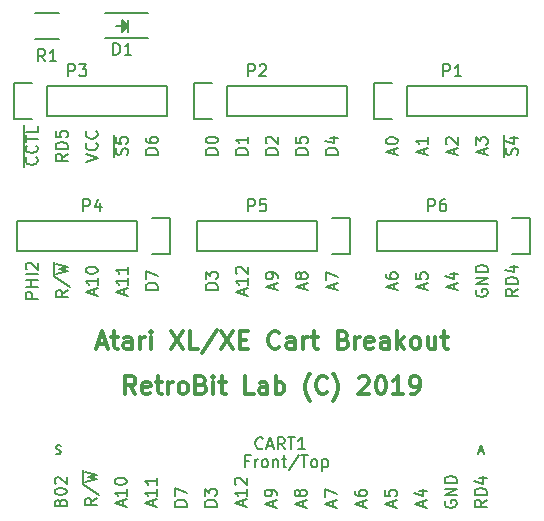
<source format=gto>
%TF.GenerationSoftware,KiCad,Pcbnew,4.0.2+dfsg1-stable*%
%TF.CreationDate,2019-04-14T23:19:02+02:00*%
%TF.ProjectId,CART-Breakout,434152542D427265616B6F75742E6B69,rev?*%
%TF.FileFunction,Legend,Top*%
%FSLAX46Y46*%
G04 Gerber Fmt 4.6, Leading zero omitted, Abs format (unit mm)*
G04 Created by KiCad (PCBNEW 4.0.2+dfsg1-stable) date Sun 14 Apr 2019 23:19:02 CEST*
%MOMM*%
G01*
G04 APERTURE LIST*
%ADD10C,0.100000*%
%ADD11C,0.300000*%
%ADD12C,0.200000*%
%ADD13C,0.150000*%
G04 APERTURE END LIST*
D10*
D11*
X139558573Y-102278571D02*
X139058573Y-101564286D01*
X138701430Y-102278571D02*
X138701430Y-100778571D01*
X139272858Y-100778571D01*
X139415716Y-100850000D01*
X139487144Y-100921429D01*
X139558573Y-101064286D01*
X139558573Y-101278571D01*
X139487144Y-101421429D01*
X139415716Y-101492857D01*
X139272858Y-101564286D01*
X138701430Y-101564286D01*
X140772858Y-102207143D02*
X140630001Y-102278571D01*
X140344287Y-102278571D01*
X140201430Y-102207143D01*
X140130001Y-102064286D01*
X140130001Y-101492857D01*
X140201430Y-101350000D01*
X140344287Y-101278571D01*
X140630001Y-101278571D01*
X140772858Y-101350000D01*
X140844287Y-101492857D01*
X140844287Y-101635714D01*
X140130001Y-101778571D01*
X141272858Y-101278571D02*
X141844287Y-101278571D01*
X141487144Y-100778571D02*
X141487144Y-102064286D01*
X141558572Y-102207143D01*
X141701430Y-102278571D01*
X141844287Y-102278571D01*
X142344287Y-102278571D02*
X142344287Y-101278571D01*
X142344287Y-101564286D02*
X142415715Y-101421429D01*
X142487144Y-101350000D01*
X142630001Y-101278571D01*
X142772858Y-101278571D01*
X143487144Y-102278571D02*
X143344286Y-102207143D01*
X143272858Y-102135714D01*
X143201429Y-101992857D01*
X143201429Y-101564286D01*
X143272858Y-101421429D01*
X143344286Y-101350000D01*
X143487144Y-101278571D01*
X143701429Y-101278571D01*
X143844286Y-101350000D01*
X143915715Y-101421429D01*
X143987144Y-101564286D01*
X143987144Y-101992857D01*
X143915715Y-102135714D01*
X143844286Y-102207143D01*
X143701429Y-102278571D01*
X143487144Y-102278571D01*
X145130001Y-101492857D02*
X145344287Y-101564286D01*
X145415715Y-101635714D01*
X145487144Y-101778571D01*
X145487144Y-101992857D01*
X145415715Y-102135714D01*
X145344287Y-102207143D01*
X145201429Y-102278571D01*
X144630001Y-102278571D01*
X144630001Y-100778571D01*
X145130001Y-100778571D01*
X145272858Y-100850000D01*
X145344287Y-100921429D01*
X145415715Y-101064286D01*
X145415715Y-101207143D01*
X145344287Y-101350000D01*
X145272858Y-101421429D01*
X145130001Y-101492857D01*
X144630001Y-101492857D01*
X146130001Y-102278571D02*
X146130001Y-101278571D01*
X146130001Y-100778571D02*
X146058572Y-100850000D01*
X146130001Y-100921429D01*
X146201429Y-100850000D01*
X146130001Y-100778571D01*
X146130001Y-100921429D01*
X146630001Y-101278571D02*
X147201430Y-101278571D01*
X146844287Y-100778571D02*
X146844287Y-102064286D01*
X146915715Y-102207143D01*
X147058573Y-102278571D01*
X147201430Y-102278571D01*
X149558573Y-102278571D02*
X148844287Y-102278571D01*
X148844287Y-100778571D01*
X150701430Y-102278571D02*
X150701430Y-101492857D01*
X150630001Y-101350000D01*
X150487144Y-101278571D01*
X150201430Y-101278571D01*
X150058573Y-101350000D01*
X150701430Y-102207143D02*
X150558573Y-102278571D01*
X150201430Y-102278571D01*
X150058573Y-102207143D01*
X149987144Y-102064286D01*
X149987144Y-101921429D01*
X150058573Y-101778571D01*
X150201430Y-101707143D01*
X150558573Y-101707143D01*
X150701430Y-101635714D01*
X151415716Y-102278571D02*
X151415716Y-100778571D01*
X151415716Y-101350000D02*
X151558573Y-101278571D01*
X151844287Y-101278571D01*
X151987144Y-101350000D01*
X152058573Y-101421429D01*
X152130002Y-101564286D01*
X152130002Y-101992857D01*
X152058573Y-102135714D01*
X151987144Y-102207143D01*
X151844287Y-102278571D01*
X151558573Y-102278571D01*
X151415716Y-102207143D01*
X154344287Y-102850000D02*
X154272859Y-102778571D01*
X154130002Y-102564286D01*
X154058573Y-102421429D01*
X153987144Y-102207143D01*
X153915716Y-101850000D01*
X153915716Y-101564286D01*
X153987144Y-101207143D01*
X154058573Y-100992857D01*
X154130002Y-100850000D01*
X154272859Y-100635714D01*
X154344287Y-100564286D01*
X155772859Y-102135714D02*
X155701430Y-102207143D01*
X155487144Y-102278571D01*
X155344287Y-102278571D01*
X155130002Y-102207143D01*
X154987144Y-102064286D01*
X154915716Y-101921429D01*
X154844287Y-101635714D01*
X154844287Y-101421429D01*
X154915716Y-101135714D01*
X154987144Y-100992857D01*
X155130002Y-100850000D01*
X155344287Y-100778571D01*
X155487144Y-100778571D01*
X155701430Y-100850000D01*
X155772859Y-100921429D01*
X156272859Y-102850000D02*
X156344287Y-102778571D01*
X156487144Y-102564286D01*
X156558573Y-102421429D01*
X156630002Y-102207143D01*
X156701430Y-101850000D01*
X156701430Y-101564286D01*
X156630002Y-101207143D01*
X156558573Y-100992857D01*
X156487144Y-100850000D01*
X156344287Y-100635714D01*
X156272859Y-100564286D01*
X158487144Y-100921429D02*
X158558573Y-100850000D01*
X158701430Y-100778571D01*
X159058573Y-100778571D01*
X159201430Y-100850000D01*
X159272859Y-100921429D01*
X159344287Y-101064286D01*
X159344287Y-101207143D01*
X159272859Y-101421429D01*
X158415716Y-102278571D01*
X159344287Y-102278571D01*
X160272858Y-100778571D02*
X160415715Y-100778571D01*
X160558572Y-100850000D01*
X160630001Y-100921429D01*
X160701430Y-101064286D01*
X160772858Y-101350000D01*
X160772858Y-101707143D01*
X160701430Y-101992857D01*
X160630001Y-102135714D01*
X160558572Y-102207143D01*
X160415715Y-102278571D01*
X160272858Y-102278571D01*
X160130001Y-102207143D01*
X160058572Y-102135714D01*
X159987144Y-101992857D01*
X159915715Y-101707143D01*
X159915715Y-101350000D01*
X159987144Y-101064286D01*
X160058572Y-100921429D01*
X160130001Y-100850000D01*
X160272858Y-100778571D01*
X162201429Y-102278571D02*
X161344286Y-102278571D01*
X161772858Y-102278571D02*
X161772858Y-100778571D01*
X161630001Y-100992857D01*
X161487143Y-101135714D01*
X161344286Y-101207143D01*
X162915714Y-102278571D02*
X163201429Y-102278571D01*
X163344286Y-102207143D01*
X163415714Y-102135714D01*
X163558572Y-101921429D01*
X163630000Y-101635714D01*
X163630000Y-101064286D01*
X163558572Y-100921429D01*
X163487143Y-100850000D01*
X163344286Y-100778571D01*
X163058572Y-100778571D01*
X162915714Y-100850000D01*
X162844286Y-100921429D01*
X162772857Y-101064286D01*
X162772857Y-101421429D01*
X162844286Y-101564286D01*
X162915714Y-101635714D01*
X163058572Y-101707143D01*
X163344286Y-101707143D01*
X163487143Y-101635714D01*
X163558572Y-101564286D01*
X163630000Y-101421429D01*
X136380000Y-98040000D02*
X137094286Y-98040000D01*
X136237143Y-98468571D02*
X136737143Y-96968571D01*
X137237143Y-98468571D01*
X137522857Y-97468571D02*
X138094286Y-97468571D01*
X137737143Y-96968571D02*
X137737143Y-98254286D01*
X137808571Y-98397143D01*
X137951429Y-98468571D01*
X138094286Y-98468571D01*
X139237143Y-98468571D02*
X139237143Y-97682857D01*
X139165714Y-97540000D01*
X139022857Y-97468571D01*
X138737143Y-97468571D01*
X138594286Y-97540000D01*
X139237143Y-98397143D02*
X139094286Y-98468571D01*
X138737143Y-98468571D01*
X138594286Y-98397143D01*
X138522857Y-98254286D01*
X138522857Y-98111429D01*
X138594286Y-97968571D01*
X138737143Y-97897143D01*
X139094286Y-97897143D01*
X139237143Y-97825714D01*
X139951429Y-98468571D02*
X139951429Y-97468571D01*
X139951429Y-97754286D02*
X140022857Y-97611429D01*
X140094286Y-97540000D01*
X140237143Y-97468571D01*
X140380000Y-97468571D01*
X140880000Y-98468571D02*
X140880000Y-97468571D01*
X140880000Y-96968571D02*
X140808571Y-97040000D01*
X140880000Y-97111429D01*
X140951428Y-97040000D01*
X140880000Y-96968571D01*
X140880000Y-97111429D01*
X142594286Y-96968571D02*
X143594286Y-98468571D01*
X143594286Y-96968571D02*
X142594286Y-98468571D01*
X144880000Y-98468571D02*
X144165714Y-98468571D01*
X144165714Y-96968571D01*
X146451428Y-96897143D02*
X145165714Y-98825714D01*
X146808572Y-96968571D02*
X147808572Y-98468571D01*
X147808572Y-96968571D02*
X146808572Y-98468571D01*
X148380000Y-97682857D02*
X148880000Y-97682857D01*
X149094286Y-98468571D02*
X148380000Y-98468571D01*
X148380000Y-96968571D01*
X149094286Y-96968571D01*
X151737143Y-98325714D02*
X151665714Y-98397143D01*
X151451428Y-98468571D01*
X151308571Y-98468571D01*
X151094286Y-98397143D01*
X150951428Y-98254286D01*
X150880000Y-98111429D01*
X150808571Y-97825714D01*
X150808571Y-97611429D01*
X150880000Y-97325714D01*
X150951428Y-97182857D01*
X151094286Y-97040000D01*
X151308571Y-96968571D01*
X151451428Y-96968571D01*
X151665714Y-97040000D01*
X151737143Y-97111429D01*
X153022857Y-98468571D02*
X153022857Y-97682857D01*
X152951428Y-97540000D01*
X152808571Y-97468571D01*
X152522857Y-97468571D01*
X152380000Y-97540000D01*
X153022857Y-98397143D02*
X152880000Y-98468571D01*
X152522857Y-98468571D01*
X152380000Y-98397143D01*
X152308571Y-98254286D01*
X152308571Y-98111429D01*
X152380000Y-97968571D01*
X152522857Y-97897143D01*
X152880000Y-97897143D01*
X153022857Y-97825714D01*
X153737143Y-98468571D02*
X153737143Y-97468571D01*
X153737143Y-97754286D02*
X153808571Y-97611429D01*
X153880000Y-97540000D01*
X154022857Y-97468571D01*
X154165714Y-97468571D01*
X154451428Y-97468571D02*
X155022857Y-97468571D01*
X154665714Y-96968571D02*
X154665714Y-98254286D01*
X154737142Y-98397143D01*
X154880000Y-98468571D01*
X155022857Y-98468571D01*
X157165714Y-97682857D02*
X157380000Y-97754286D01*
X157451428Y-97825714D01*
X157522857Y-97968571D01*
X157522857Y-98182857D01*
X157451428Y-98325714D01*
X157380000Y-98397143D01*
X157237142Y-98468571D01*
X156665714Y-98468571D01*
X156665714Y-96968571D01*
X157165714Y-96968571D01*
X157308571Y-97040000D01*
X157380000Y-97111429D01*
X157451428Y-97254286D01*
X157451428Y-97397143D01*
X157380000Y-97540000D01*
X157308571Y-97611429D01*
X157165714Y-97682857D01*
X156665714Y-97682857D01*
X158165714Y-98468571D02*
X158165714Y-97468571D01*
X158165714Y-97754286D02*
X158237142Y-97611429D01*
X158308571Y-97540000D01*
X158451428Y-97468571D01*
X158594285Y-97468571D01*
X159665713Y-98397143D02*
X159522856Y-98468571D01*
X159237142Y-98468571D01*
X159094285Y-98397143D01*
X159022856Y-98254286D01*
X159022856Y-97682857D01*
X159094285Y-97540000D01*
X159237142Y-97468571D01*
X159522856Y-97468571D01*
X159665713Y-97540000D01*
X159737142Y-97682857D01*
X159737142Y-97825714D01*
X159022856Y-97968571D01*
X161022856Y-98468571D02*
X161022856Y-97682857D01*
X160951427Y-97540000D01*
X160808570Y-97468571D01*
X160522856Y-97468571D01*
X160379999Y-97540000D01*
X161022856Y-98397143D02*
X160879999Y-98468571D01*
X160522856Y-98468571D01*
X160379999Y-98397143D01*
X160308570Y-98254286D01*
X160308570Y-98111429D01*
X160379999Y-97968571D01*
X160522856Y-97897143D01*
X160879999Y-97897143D01*
X161022856Y-97825714D01*
X161737142Y-98468571D02*
X161737142Y-96968571D01*
X161879999Y-97897143D02*
X162308570Y-98468571D01*
X162308570Y-97468571D02*
X161737142Y-98040000D01*
X163165714Y-98468571D02*
X163022856Y-98397143D01*
X162951428Y-98325714D01*
X162879999Y-98182857D01*
X162879999Y-97754286D01*
X162951428Y-97611429D01*
X163022856Y-97540000D01*
X163165714Y-97468571D01*
X163379999Y-97468571D01*
X163522856Y-97540000D01*
X163594285Y-97611429D01*
X163665714Y-97754286D01*
X163665714Y-98182857D01*
X163594285Y-98325714D01*
X163522856Y-98397143D01*
X163379999Y-98468571D01*
X163165714Y-98468571D01*
X164951428Y-97468571D02*
X164951428Y-98468571D01*
X164308571Y-97468571D02*
X164308571Y-98254286D01*
X164379999Y-98397143D01*
X164522857Y-98468571D01*
X164737142Y-98468571D01*
X164879999Y-98397143D01*
X164951428Y-98325714D01*
X165451428Y-97468571D02*
X166022857Y-97468571D01*
X165665714Y-96968571D02*
X165665714Y-98254286D01*
X165737142Y-98397143D01*
X165880000Y-98468571D01*
X166022857Y-98468571D01*
D12*
X131262381Y-94210000D02*
X130262381Y-94210000D01*
X130262381Y-93829047D01*
X130310000Y-93733809D01*
X130357619Y-93686190D01*
X130452857Y-93638571D01*
X130595714Y-93638571D01*
X130690952Y-93686190D01*
X130738571Y-93733809D01*
X130786190Y-93829047D01*
X130786190Y-94210000D01*
X131262381Y-93210000D02*
X130262381Y-93210000D01*
X130738571Y-93210000D02*
X130738571Y-92638571D01*
X131262381Y-92638571D02*
X130262381Y-92638571D01*
X131262381Y-92162381D02*
X130262381Y-92162381D01*
X130357619Y-91733810D02*
X130310000Y-91686191D01*
X130262381Y-91590953D01*
X130262381Y-91352857D01*
X130310000Y-91257619D01*
X130357619Y-91210000D01*
X130452857Y-91162381D01*
X130548095Y-91162381D01*
X130690952Y-91210000D01*
X131262381Y-91781429D01*
X131262381Y-91162381D01*
X133802381Y-93495714D02*
X133326190Y-93829048D01*
X133802381Y-94067143D02*
X132802381Y-94067143D01*
X132802381Y-93686190D01*
X132850000Y-93590952D01*
X132897619Y-93543333D01*
X132992857Y-93495714D01*
X133135714Y-93495714D01*
X133230952Y-93543333D01*
X133278571Y-93590952D01*
X133326190Y-93686190D01*
X133326190Y-94067143D01*
X132754762Y-92352857D02*
X134040476Y-93210000D01*
X132802381Y-92114762D02*
X133802381Y-91876667D01*
X133088095Y-91686190D01*
X133802381Y-91495714D01*
X132802381Y-91257619D01*
X132630000Y-92257619D02*
X132630000Y-91114762D01*
X136056667Y-93900476D02*
X136056667Y-93424285D01*
X136342381Y-93995714D02*
X135342381Y-93662381D01*
X136342381Y-93329047D01*
X136342381Y-92471904D02*
X136342381Y-93043333D01*
X136342381Y-92757619D02*
X135342381Y-92757619D01*
X135485238Y-92852857D01*
X135580476Y-92948095D01*
X135628095Y-93043333D01*
X135342381Y-91852857D02*
X135342381Y-91757618D01*
X135390000Y-91662380D01*
X135437619Y-91614761D01*
X135532857Y-91567142D01*
X135723333Y-91519523D01*
X135961429Y-91519523D01*
X136151905Y-91567142D01*
X136247143Y-91614761D01*
X136294762Y-91662380D01*
X136342381Y-91757618D01*
X136342381Y-91852857D01*
X136294762Y-91948095D01*
X136247143Y-91995714D01*
X136151905Y-92043333D01*
X135961429Y-92090952D01*
X135723333Y-92090952D01*
X135532857Y-92043333D01*
X135437619Y-91995714D01*
X135390000Y-91948095D01*
X135342381Y-91852857D01*
X138596667Y-93900476D02*
X138596667Y-93424285D01*
X138882381Y-93995714D02*
X137882381Y-93662381D01*
X138882381Y-93329047D01*
X138882381Y-92471904D02*
X138882381Y-93043333D01*
X138882381Y-92757619D02*
X137882381Y-92757619D01*
X138025238Y-92852857D01*
X138120476Y-92948095D01*
X138168095Y-93043333D01*
X138882381Y-91519523D02*
X138882381Y-92090952D01*
X138882381Y-91805238D02*
X137882381Y-91805238D01*
X138025238Y-91900476D01*
X138120476Y-91995714D01*
X138168095Y-92090952D01*
X141422381Y-93448095D02*
X140422381Y-93448095D01*
X140422381Y-93210000D01*
X140470000Y-93067142D01*
X140565238Y-92971904D01*
X140660476Y-92924285D01*
X140850952Y-92876666D01*
X140993810Y-92876666D01*
X141184286Y-92924285D01*
X141279524Y-92971904D01*
X141374762Y-93067142D01*
X141422381Y-93210000D01*
X141422381Y-93448095D01*
X140422381Y-92543333D02*
X140422381Y-91876666D01*
X141422381Y-92305238D01*
X146502381Y-93448095D02*
X145502381Y-93448095D01*
X145502381Y-93210000D01*
X145550000Y-93067142D01*
X145645238Y-92971904D01*
X145740476Y-92924285D01*
X145930952Y-92876666D01*
X146073810Y-92876666D01*
X146264286Y-92924285D01*
X146359524Y-92971904D01*
X146454762Y-93067142D01*
X146502381Y-93210000D01*
X146502381Y-93448095D01*
X145502381Y-92543333D02*
X145502381Y-91924285D01*
X145883333Y-92257619D01*
X145883333Y-92114761D01*
X145930952Y-92019523D01*
X145978571Y-91971904D01*
X146073810Y-91924285D01*
X146311905Y-91924285D01*
X146407143Y-91971904D01*
X146454762Y-92019523D01*
X146502381Y-92114761D01*
X146502381Y-92400476D01*
X146454762Y-92495714D01*
X146407143Y-92543333D01*
X148756667Y-93900476D02*
X148756667Y-93424285D01*
X149042381Y-93995714D02*
X148042381Y-93662381D01*
X149042381Y-93329047D01*
X149042381Y-92471904D02*
X149042381Y-93043333D01*
X149042381Y-92757619D02*
X148042381Y-92757619D01*
X148185238Y-92852857D01*
X148280476Y-92948095D01*
X148328095Y-93043333D01*
X148137619Y-92090952D02*
X148090000Y-92043333D01*
X148042381Y-91948095D01*
X148042381Y-91709999D01*
X148090000Y-91614761D01*
X148137619Y-91567142D01*
X148232857Y-91519523D01*
X148328095Y-91519523D01*
X148470952Y-91567142D01*
X149042381Y-92138571D01*
X149042381Y-91519523D01*
X151296667Y-93424286D02*
X151296667Y-92948095D01*
X151582381Y-93519524D02*
X150582381Y-93186191D01*
X151582381Y-92852857D01*
X151582381Y-92471905D02*
X151582381Y-92281429D01*
X151534762Y-92186190D01*
X151487143Y-92138571D01*
X151344286Y-92043333D01*
X151153810Y-91995714D01*
X150772857Y-91995714D01*
X150677619Y-92043333D01*
X150630000Y-92090952D01*
X150582381Y-92186190D01*
X150582381Y-92376667D01*
X150630000Y-92471905D01*
X150677619Y-92519524D01*
X150772857Y-92567143D01*
X151010952Y-92567143D01*
X151106190Y-92519524D01*
X151153810Y-92471905D01*
X151201429Y-92376667D01*
X151201429Y-92186190D01*
X151153810Y-92090952D01*
X151106190Y-92043333D01*
X151010952Y-91995714D01*
X153836667Y-93424286D02*
X153836667Y-92948095D01*
X154122381Y-93519524D02*
X153122381Y-93186191D01*
X154122381Y-92852857D01*
X153550952Y-92376667D02*
X153503333Y-92471905D01*
X153455714Y-92519524D01*
X153360476Y-92567143D01*
X153312857Y-92567143D01*
X153217619Y-92519524D01*
X153170000Y-92471905D01*
X153122381Y-92376667D01*
X153122381Y-92186190D01*
X153170000Y-92090952D01*
X153217619Y-92043333D01*
X153312857Y-91995714D01*
X153360476Y-91995714D01*
X153455714Y-92043333D01*
X153503333Y-92090952D01*
X153550952Y-92186190D01*
X153550952Y-92376667D01*
X153598571Y-92471905D01*
X153646190Y-92519524D01*
X153741429Y-92567143D01*
X153931905Y-92567143D01*
X154027143Y-92519524D01*
X154074762Y-92471905D01*
X154122381Y-92376667D01*
X154122381Y-92186190D01*
X154074762Y-92090952D01*
X154027143Y-92043333D01*
X153931905Y-91995714D01*
X153741429Y-91995714D01*
X153646190Y-92043333D01*
X153598571Y-92090952D01*
X153550952Y-92186190D01*
X156376667Y-93424286D02*
X156376667Y-92948095D01*
X156662381Y-93519524D02*
X155662381Y-93186191D01*
X156662381Y-92852857D01*
X155662381Y-92614762D02*
X155662381Y-91948095D01*
X156662381Y-92376667D01*
X161456667Y-93424286D02*
X161456667Y-92948095D01*
X161742381Y-93519524D02*
X160742381Y-93186191D01*
X161742381Y-92852857D01*
X160742381Y-92090952D02*
X160742381Y-92281429D01*
X160790000Y-92376667D01*
X160837619Y-92424286D01*
X160980476Y-92519524D01*
X161170952Y-92567143D01*
X161551905Y-92567143D01*
X161647143Y-92519524D01*
X161694762Y-92471905D01*
X161742381Y-92376667D01*
X161742381Y-92186190D01*
X161694762Y-92090952D01*
X161647143Y-92043333D01*
X161551905Y-91995714D01*
X161313810Y-91995714D01*
X161218571Y-92043333D01*
X161170952Y-92090952D01*
X161123333Y-92186190D01*
X161123333Y-92376667D01*
X161170952Y-92471905D01*
X161218571Y-92519524D01*
X161313810Y-92567143D01*
X163996667Y-93424286D02*
X163996667Y-92948095D01*
X164282381Y-93519524D02*
X163282381Y-93186191D01*
X164282381Y-92852857D01*
X163282381Y-92043333D02*
X163282381Y-92519524D01*
X163758571Y-92567143D01*
X163710952Y-92519524D01*
X163663333Y-92424286D01*
X163663333Y-92186190D01*
X163710952Y-92090952D01*
X163758571Y-92043333D01*
X163853810Y-91995714D01*
X164091905Y-91995714D01*
X164187143Y-92043333D01*
X164234762Y-92090952D01*
X164282381Y-92186190D01*
X164282381Y-92424286D01*
X164234762Y-92519524D01*
X164187143Y-92567143D01*
X166536667Y-93424286D02*
X166536667Y-92948095D01*
X166822381Y-93519524D02*
X165822381Y-93186191D01*
X166822381Y-92852857D01*
X166155714Y-92090952D02*
X166822381Y-92090952D01*
X165774762Y-92329048D02*
X166489048Y-92567143D01*
X166489048Y-91948095D01*
X168410000Y-93471904D02*
X168362381Y-93567142D01*
X168362381Y-93709999D01*
X168410000Y-93852857D01*
X168505238Y-93948095D01*
X168600476Y-93995714D01*
X168790952Y-94043333D01*
X168933810Y-94043333D01*
X169124286Y-93995714D01*
X169219524Y-93948095D01*
X169314762Y-93852857D01*
X169362381Y-93709999D01*
X169362381Y-93614761D01*
X169314762Y-93471904D01*
X169267143Y-93424285D01*
X168933810Y-93424285D01*
X168933810Y-93614761D01*
X169362381Y-92995714D02*
X168362381Y-92995714D01*
X169362381Y-92424285D01*
X168362381Y-92424285D01*
X169362381Y-91948095D02*
X168362381Y-91948095D01*
X168362381Y-91710000D01*
X168410000Y-91567142D01*
X168505238Y-91471904D01*
X168600476Y-91424285D01*
X168790952Y-91376666D01*
X168933810Y-91376666D01*
X169124286Y-91424285D01*
X169219524Y-91471904D01*
X169314762Y-91567142D01*
X169362381Y-91710000D01*
X169362381Y-91948095D01*
X171902381Y-93376666D02*
X171426190Y-93710000D01*
X171902381Y-93948095D02*
X170902381Y-93948095D01*
X170902381Y-93567142D01*
X170950000Y-93471904D01*
X170997619Y-93424285D01*
X171092857Y-93376666D01*
X171235714Y-93376666D01*
X171330952Y-93424285D01*
X171378571Y-93471904D01*
X171426190Y-93567142D01*
X171426190Y-93948095D01*
X171902381Y-92948095D02*
X170902381Y-92948095D01*
X170902381Y-92710000D01*
X170950000Y-92567142D01*
X171045238Y-92471904D01*
X171140476Y-92424285D01*
X171330952Y-92376666D01*
X171473810Y-92376666D01*
X171664286Y-92424285D01*
X171759524Y-92471904D01*
X171854762Y-92567142D01*
X171902381Y-92710000D01*
X171902381Y-92948095D01*
X171235714Y-91519523D02*
X171902381Y-91519523D01*
X170854762Y-91757619D02*
X171569048Y-91995714D01*
X171569048Y-91376666D01*
X171854762Y-82041905D02*
X171902381Y-81899048D01*
X171902381Y-81660952D01*
X171854762Y-81565714D01*
X171807143Y-81518095D01*
X171711905Y-81470476D01*
X171616667Y-81470476D01*
X171521429Y-81518095D01*
X171473810Y-81565714D01*
X171426190Y-81660952D01*
X171378571Y-81851429D01*
X171330952Y-81946667D01*
X171283333Y-81994286D01*
X171188095Y-82041905D01*
X171092857Y-82041905D01*
X170997619Y-81994286D01*
X170950000Y-81946667D01*
X170902381Y-81851429D01*
X170902381Y-81613333D01*
X170950000Y-81470476D01*
X171235714Y-80613333D02*
X171902381Y-80613333D01*
X170854762Y-80851429D02*
X171569048Y-81089524D01*
X171569048Y-80470476D01*
X170730000Y-82232381D02*
X170730000Y-80327619D01*
X169076667Y-81994286D02*
X169076667Y-81518095D01*
X169362381Y-82089524D02*
X168362381Y-81756191D01*
X169362381Y-81422857D01*
X168362381Y-81184762D02*
X168362381Y-80565714D01*
X168743333Y-80899048D01*
X168743333Y-80756190D01*
X168790952Y-80660952D01*
X168838571Y-80613333D01*
X168933810Y-80565714D01*
X169171905Y-80565714D01*
X169267143Y-80613333D01*
X169314762Y-80660952D01*
X169362381Y-80756190D01*
X169362381Y-81041905D01*
X169314762Y-81137143D01*
X169267143Y-81184762D01*
X166536667Y-81994286D02*
X166536667Y-81518095D01*
X166822381Y-82089524D02*
X165822381Y-81756191D01*
X166822381Y-81422857D01*
X165917619Y-81137143D02*
X165870000Y-81089524D01*
X165822381Y-80994286D01*
X165822381Y-80756190D01*
X165870000Y-80660952D01*
X165917619Y-80613333D01*
X166012857Y-80565714D01*
X166108095Y-80565714D01*
X166250952Y-80613333D01*
X166822381Y-81184762D01*
X166822381Y-80565714D01*
X163996667Y-81994286D02*
X163996667Y-81518095D01*
X164282381Y-82089524D02*
X163282381Y-81756191D01*
X164282381Y-81422857D01*
X164282381Y-80565714D02*
X164282381Y-81137143D01*
X164282381Y-80851429D02*
X163282381Y-80851429D01*
X163425238Y-80946667D01*
X163520476Y-81041905D01*
X163568095Y-81137143D01*
X161456667Y-81994286D02*
X161456667Y-81518095D01*
X161742381Y-82089524D02*
X160742381Y-81756191D01*
X161742381Y-81422857D01*
X160742381Y-80899048D02*
X160742381Y-80803809D01*
X160790000Y-80708571D01*
X160837619Y-80660952D01*
X160932857Y-80613333D01*
X161123333Y-80565714D01*
X161361429Y-80565714D01*
X161551905Y-80613333D01*
X161647143Y-80660952D01*
X161694762Y-80708571D01*
X161742381Y-80803809D01*
X161742381Y-80899048D01*
X161694762Y-80994286D01*
X161647143Y-81041905D01*
X161551905Y-81089524D01*
X161361429Y-81137143D01*
X161123333Y-81137143D01*
X160932857Y-81089524D01*
X160837619Y-81041905D01*
X160790000Y-80994286D01*
X160742381Y-80899048D01*
X156662381Y-82018095D02*
X155662381Y-82018095D01*
X155662381Y-81780000D01*
X155710000Y-81637142D01*
X155805238Y-81541904D01*
X155900476Y-81494285D01*
X156090952Y-81446666D01*
X156233810Y-81446666D01*
X156424286Y-81494285D01*
X156519524Y-81541904D01*
X156614762Y-81637142D01*
X156662381Y-81780000D01*
X156662381Y-82018095D01*
X155995714Y-80589523D02*
X156662381Y-80589523D01*
X155614762Y-80827619D02*
X156329048Y-81065714D01*
X156329048Y-80446666D01*
X154122381Y-82018095D02*
X153122381Y-82018095D01*
X153122381Y-81780000D01*
X153170000Y-81637142D01*
X153265238Y-81541904D01*
X153360476Y-81494285D01*
X153550952Y-81446666D01*
X153693810Y-81446666D01*
X153884286Y-81494285D01*
X153979524Y-81541904D01*
X154074762Y-81637142D01*
X154122381Y-81780000D01*
X154122381Y-82018095D01*
X153122381Y-80541904D02*
X153122381Y-81018095D01*
X153598571Y-81065714D01*
X153550952Y-81018095D01*
X153503333Y-80922857D01*
X153503333Y-80684761D01*
X153550952Y-80589523D01*
X153598571Y-80541904D01*
X153693810Y-80494285D01*
X153931905Y-80494285D01*
X154027143Y-80541904D01*
X154074762Y-80589523D01*
X154122381Y-80684761D01*
X154122381Y-80922857D01*
X154074762Y-81018095D01*
X154027143Y-81065714D01*
X151582381Y-82018095D02*
X150582381Y-82018095D01*
X150582381Y-81780000D01*
X150630000Y-81637142D01*
X150725238Y-81541904D01*
X150820476Y-81494285D01*
X151010952Y-81446666D01*
X151153810Y-81446666D01*
X151344286Y-81494285D01*
X151439524Y-81541904D01*
X151534762Y-81637142D01*
X151582381Y-81780000D01*
X151582381Y-82018095D01*
X150677619Y-81065714D02*
X150630000Y-81018095D01*
X150582381Y-80922857D01*
X150582381Y-80684761D01*
X150630000Y-80589523D01*
X150677619Y-80541904D01*
X150772857Y-80494285D01*
X150868095Y-80494285D01*
X151010952Y-80541904D01*
X151582381Y-81113333D01*
X151582381Y-80494285D01*
X149042381Y-82018095D02*
X148042381Y-82018095D01*
X148042381Y-81780000D01*
X148090000Y-81637142D01*
X148185238Y-81541904D01*
X148280476Y-81494285D01*
X148470952Y-81446666D01*
X148613810Y-81446666D01*
X148804286Y-81494285D01*
X148899524Y-81541904D01*
X148994762Y-81637142D01*
X149042381Y-81780000D01*
X149042381Y-82018095D01*
X149042381Y-80494285D02*
X149042381Y-81065714D01*
X149042381Y-80780000D02*
X148042381Y-80780000D01*
X148185238Y-80875238D01*
X148280476Y-80970476D01*
X148328095Y-81065714D01*
X146502381Y-82018095D02*
X145502381Y-82018095D01*
X145502381Y-81780000D01*
X145550000Y-81637142D01*
X145645238Y-81541904D01*
X145740476Y-81494285D01*
X145930952Y-81446666D01*
X146073810Y-81446666D01*
X146264286Y-81494285D01*
X146359524Y-81541904D01*
X146454762Y-81637142D01*
X146502381Y-81780000D01*
X146502381Y-82018095D01*
X145502381Y-80827619D02*
X145502381Y-80732380D01*
X145550000Y-80637142D01*
X145597619Y-80589523D01*
X145692857Y-80541904D01*
X145883333Y-80494285D01*
X146121429Y-80494285D01*
X146311905Y-80541904D01*
X146407143Y-80589523D01*
X146454762Y-80637142D01*
X146502381Y-80732380D01*
X146502381Y-80827619D01*
X146454762Y-80922857D01*
X146407143Y-80970476D01*
X146311905Y-81018095D01*
X146121429Y-81065714D01*
X145883333Y-81065714D01*
X145692857Y-81018095D01*
X145597619Y-80970476D01*
X145550000Y-80922857D01*
X145502381Y-80827619D01*
X141422381Y-82018095D02*
X140422381Y-82018095D01*
X140422381Y-81780000D01*
X140470000Y-81637142D01*
X140565238Y-81541904D01*
X140660476Y-81494285D01*
X140850952Y-81446666D01*
X140993810Y-81446666D01*
X141184286Y-81494285D01*
X141279524Y-81541904D01*
X141374762Y-81637142D01*
X141422381Y-81780000D01*
X141422381Y-82018095D01*
X140422381Y-80589523D02*
X140422381Y-80780000D01*
X140470000Y-80875238D01*
X140517619Y-80922857D01*
X140660476Y-81018095D01*
X140850952Y-81065714D01*
X141231905Y-81065714D01*
X141327143Y-81018095D01*
X141374762Y-80970476D01*
X141422381Y-80875238D01*
X141422381Y-80684761D01*
X141374762Y-80589523D01*
X141327143Y-80541904D01*
X141231905Y-80494285D01*
X140993810Y-80494285D01*
X140898571Y-80541904D01*
X140850952Y-80589523D01*
X140803333Y-80684761D01*
X140803333Y-80875238D01*
X140850952Y-80970476D01*
X140898571Y-81018095D01*
X140993810Y-81065714D01*
X138834762Y-82041905D02*
X138882381Y-81899048D01*
X138882381Y-81660952D01*
X138834762Y-81565714D01*
X138787143Y-81518095D01*
X138691905Y-81470476D01*
X138596667Y-81470476D01*
X138501429Y-81518095D01*
X138453810Y-81565714D01*
X138406190Y-81660952D01*
X138358571Y-81851429D01*
X138310952Y-81946667D01*
X138263333Y-81994286D01*
X138168095Y-82041905D01*
X138072857Y-82041905D01*
X137977619Y-81994286D01*
X137930000Y-81946667D01*
X137882381Y-81851429D01*
X137882381Y-81613333D01*
X137930000Y-81470476D01*
X137882381Y-80565714D02*
X137882381Y-81041905D01*
X138358571Y-81089524D01*
X138310952Y-81041905D01*
X138263333Y-80946667D01*
X138263333Y-80708571D01*
X138310952Y-80613333D01*
X138358571Y-80565714D01*
X138453810Y-80518095D01*
X138691905Y-80518095D01*
X138787143Y-80565714D01*
X138834762Y-80613333D01*
X138882381Y-80708571D01*
X138882381Y-80946667D01*
X138834762Y-81041905D01*
X138787143Y-81089524D01*
X137710000Y-82232381D02*
X137710000Y-80327619D01*
X135342381Y-82613333D02*
X136342381Y-82280000D01*
X135342381Y-81946666D01*
X136247143Y-81041904D02*
X136294762Y-81089523D01*
X136342381Y-81232380D01*
X136342381Y-81327618D01*
X136294762Y-81470476D01*
X136199524Y-81565714D01*
X136104286Y-81613333D01*
X135913810Y-81660952D01*
X135770952Y-81660952D01*
X135580476Y-81613333D01*
X135485238Y-81565714D01*
X135390000Y-81470476D01*
X135342381Y-81327618D01*
X135342381Y-81232380D01*
X135390000Y-81089523D01*
X135437619Y-81041904D01*
X136247143Y-80041904D02*
X136294762Y-80089523D01*
X136342381Y-80232380D01*
X136342381Y-80327618D01*
X136294762Y-80470476D01*
X136199524Y-80565714D01*
X136104286Y-80613333D01*
X135913810Y-80660952D01*
X135770952Y-80660952D01*
X135580476Y-80613333D01*
X135485238Y-80565714D01*
X135390000Y-80470476D01*
X135342381Y-80327618D01*
X135342381Y-80232380D01*
X135390000Y-80089523D01*
X135437619Y-80041904D01*
X133802381Y-81946666D02*
X133326190Y-82280000D01*
X133802381Y-82518095D02*
X132802381Y-82518095D01*
X132802381Y-82137142D01*
X132850000Y-82041904D01*
X132897619Y-81994285D01*
X132992857Y-81946666D01*
X133135714Y-81946666D01*
X133230952Y-81994285D01*
X133278571Y-82041904D01*
X133326190Y-82137142D01*
X133326190Y-82518095D01*
X133802381Y-81518095D02*
X132802381Y-81518095D01*
X132802381Y-81280000D01*
X132850000Y-81137142D01*
X132945238Y-81041904D01*
X133040476Y-80994285D01*
X133230952Y-80946666D01*
X133373810Y-80946666D01*
X133564286Y-80994285D01*
X133659524Y-81041904D01*
X133754762Y-81137142D01*
X133802381Y-81280000D01*
X133802381Y-81518095D01*
X132802381Y-80041904D02*
X132802381Y-80518095D01*
X133278571Y-80565714D01*
X133230952Y-80518095D01*
X133183333Y-80422857D01*
X133183333Y-80184761D01*
X133230952Y-80089523D01*
X133278571Y-80041904D01*
X133373810Y-79994285D01*
X133611905Y-79994285D01*
X133707143Y-80041904D01*
X133754762Y-80089523D01*
X133802381Y-80184761D01*
X133802381Y-80422857D01*
X133754762Y-80518095D01*
X133707143Y-80565714D01*
X131167143Y-82256190D02*
X131214762Y-82303809D01*
X131262381Y-82446666D01*
X131262381Y-82541904D01*
X131214762Y-82684762D01*
X131119524Y-82780000D01*
X131024286Y-82827619D01*
X130833810Y-82875238D01*
X130690952Y-82875238D01*
X130500476Y-82827619D01*
X130405238Y-82780000D01*
X130310000Y-82684762D01*
X130262381Y-82541904D01*
X130262381Y-82446666D01*
X130310000Y-82303809D01*
X130357619Y-82256190D01*
X131167143Y-81256190D02*
X131214762Y-81303809D01*
X131262381Y-81446666D01*
X131262381Y-81541904D01*
X131214762Y-81684762D01*
X131119524Y-81780000D01*
X131024286Y-81827619D01*
X130833810Y-81875238D01*
X130690952Y-81875238D01*
X130500476Y-81827619D01*
X130405238Y-81780000D01*
X130310000Y-81684762D01*
X130262381Y-81541904D01*
X130262381Y-81446666D01*
X130310000Y-81303809D01*
X130357619Y-81256190D01*
X130262381Y-80970476D02*
X130262381Y-80399047D01*
X131262381Y-80684762D02*
X130262381Y-80684762D01*
X131262381Y-79589523D02*
X131262381Y-80065714D01*
X130262381Y-80065714D01*
X130090000Y-83065714D02*
X130090000Y-79494285D01*
D13*
X140580000Y-70070000D02*
X136980000Y-70070000D01*
X140580000Y-72170000D02*
X136980000Y-72170000D01*
X138530000Y-71420000D02*
X138530000Y-70820000D01*
X138530000Y-70820000D02*
X138830000Y-71120000D01*
X138830000Y-71120000D02*
X138630000Y-71320000D01*
X138630000Y-71320000D02*
X138630000Y-71070000D01*
X138630000Y-71070000D02*
X138680000Y-71120000D01*
X138930000Y-71620000D02*
X138930000Y-70620000D01*
X138430000Y-71120000D02*
X137930000Y-71120000D01*
X138930000Y-71120000D02*
X138430000Y-71620000D01*
X138430000Y-71620000D02*
X138430000Y-70620000D01*
X138430000Y-70620000D02*
X138930000Y-71120000D01*
X161290000Y-79020000D02*
X159740000Y-79020000D01*
X159740000Y-79020000D02*
X159740000Y-75920000D01*
X159740000Y-75920000D02*
X161290000Y-75920000D01*
X162560000Y-76200000D02*
X172720000Y-76200000D01*
X172720000Y-76200000D02*
X172720000Y-78740000D01*
X172720000Y-78740000D02*
X162560000Y-78740000D01*
X162560000Y-76200000D02*
X162560000Y-78740000D01*
X146050000Y-79020000D02*
X144500000Y-79020000D01*
X144500000Y-79020000D02*
X144500000Y-75920000D01*
X144500000Y-75920000D02*
X146050000Y-75920000D01*
X147320000Y-76200000D02*
X157480000Y-76200000D01*
X157480000Y-76200000D02*
X157480000Y-78740000D01*
X157480000Y-78740000D02*
X147320000Y-78740000D01*
X147320000Y-76200000D02*
X147320000Y-78740000D01*
X130810000Y-79020000D02*
X129260000Y-79020000D01*
X129260000Y-79020000D02*
X129260000Y-75920000D01*
X129260000Y-75920000D02*
X130810000Y-75920000D01*
X132080000Y-76200000D02*
X142240000Y-76200000D01*
X142240000Y-76200000D02*
X142240000Y-78740000D01*
X142240000Y-78740000D02*
X132080000Y-78740000D01*
X132080000Y-76200000D02*
X132080000Y-78740000D01*
X140970000Y-87350000D02*
X142520000Y-87350000D01*
X142520000Y-87350000D02*
X142520000Y-90450000D01*
X142520000Y-90450000D02*
X140970000Y-90450000D01*
X139700000Y-90170000D02*
X129540000Y-90170000D01*
X129540000Y-90170000D02*
X129540000Y-87630000D01*
X129540000Y-87630000D02*
X139700000Y-87630000D01*
X139700000Y-90170000D02*
X139700000Y-87630000D01*
X156210000Y-87350000D02*
X157760000Y-87350000D01*
X157760000Y-87350000D02*
X157760000Y-90450000D01*
X157760000Y-90450000D02*
X156210000Y-90450000D01*
X154940000Y-90170000D02*
X144780000Y-90170000D01*
X144780000Y-90170000D02*
X144780000Y-87630000D01*
X144780000Y-87630000D02*
X154940000Y-87630000D01*
X154940000Y-90170000D02*
X154940000Y-87630000D01*
X171450000Y-87350000D02*
X173000000Y-87350000D01*
X173000000Y-87350000D02*
X173000000Y-90450000D01*
X173000000Y-90450000D02*
X171450000Y-90450000D01*
X170180000Y-90170000D02*
X160020000Y-90170000D01*
X160020000Y-90170000D02*
X160020000Y-87630000D01*
X160020000Y-87630000D02*
X170180000Y-87630000D01*
X170180000Y-90170000D02*
X170180000Y-87630000D01*
X133080000Y-72195000D02*
X131080000Y-72195000D01*
X131080000Y-70045000D02*
X133080000Y-70045000D01*
X150335810Y-106873143D02*
X150288191Y-106920762D01*
X150145334Y-106968381D01*
X150050096Y-106968381D01*
X149907238Y-106920762D01*
X149812000Y-106825524D01*
X149764381Y-106730286D01*
X149716762Y-106539810D01*
X149716762Y-106396952D01*
X149764381Y-106206476D01*
X149812000Y-106111238D01*
X149907238Y-106016000D01*
X150050096Y-105968381D01*
X150145334Y-105968381D01*
X150288191Y-106016000D01*
X150335810Y-106063619D01*
X150716762Y-106682667D02*
X151192953Y-106682667D01*
X150621524Y-106968381D02*
X150954857Y-105968381D01*
X151288191Y-106968381D01*
X152192953Y-106968381D02*
X151859619Y-106492190D01*
X151621524Y-106968381D02*
X151621524Y-105968381D01*
X152002477Y-105968381D01*
X152097715Y-106016000D01*
X152145334Y-106063619D01*
X152192953Y-106158857D01*
X152192953Y-106301714D01*
X152145334Y-106396952D01*
X152097715Y-106444571D01*
X152002477Y-106492190D01*
X151621524Y-106492190D01*
X152478667Y-105968381D02*
X153050096Y-105968381D01*
X152764381Y-106968381D02*
X152764381Y-105968381D01*
X153907239Y-106968381D02*
X153335810Y-106968381D01*
X153621524Y-106968381D02*
X153621524Y-105968381D01*
X153526286Y-106111238D01*
X153431048Y-106206476D01*
X153335810Y-106254095D01*
X132801714Y-107327571D02*
X132908857Y-107363286D01*
X133087428Y-107363286D01*
X133158857Y-107327571D01*
X133194571Y-107291857D01*
X133230286Y-107220429D01*
X133230286Y-107149000D01*
X133194571Y-107077571D01*
X133158857Y-107041857D01*
X133087428Y-107006143D01*
X132944571Y-106970429D01*
X132873143Y-106934714D01*
X132837428Y-106899000D01*
X132801714Y-106827571D01*
X132801714Y-106756143D01*
X132837428Y-106684714D01*
X132873143Y-106649000D01*
X132944571Y-106613286D01*
X133123143Y-106613286D01*
X133230286Y-106649000D01*
X168651429Y-107149000D02*
X169008572Y-107149000D01*
X168580001Y-107363286D02*
X168830001Y-106613286D01*
X169080001Y-107363286D01*
X149153333Y-107968571D02*
X148819999Y-107968571D01*
X148819999Y-108492381D02*
X148819999Y-107492381D01*
X149296190Y-107492381D01*
X149677142Y-108492381D02*
X149677142Y-107825714D01*
X149677142Y-108016190D02*
X149724761Y-107920952D01*
X149772380Y-107873333D01*
X149867618Y-107825714D01*
X149962857Y-107825714D01*
X150439047Y-108492381D02*
X150343809Y-108444762D01*
X150296190Y-108397143D01*
X150248571Y-108301905D01*
X150248571Y-108016190D01*
X150296190Y-107920952D01*
X150343809Y-107873333D01*
X150439047Y-107825714D01*
X150581905Y-107825714D01*
X150677143Y-107873333D01*
X150724762Y-107920952D01*
X150772381Y-108016190D01*
X150772381Y-108301905D01*
X150724762Y-108397143D01*
X150677143Y-108444762D01*
X150581905Y-108492381D01*
X150439047Y-108492381D01*
X151200952Y-107825714D02*
X151200952Y-108492381D01*
X151200952Y-107920952D02*
X151248571Y-107873333D01*
X151343809Y-107825714D01*
X151486667Y-107825714D01*
X151581905Y-107873333D01*
X151629524Y-107968571D01*
X151629524Y-108492381D01*
X151962857Y-107825714D02*
X152343809Y-107825714D01*
X152105714Y-107492381D02*
X152105714Y-108349524D01*
X152153333Y-108444762D01*
X152248571Y-108492381D01*
X152343809Y-108492381D01*
X153391429Y-107444762D02*
X152534286Y-108730476D01*
X153581905Y-107492381D02*
X154153334Y-107492381D01*
X153867619Y-108492381D02*
X153867619Y-107492381D01*
X154629524Y-108492381D02*
X154534286Y-108444762D01*
X154486667Y-108397143D01*
X154439048Y-108301905D01*
X154439048Y-108016190D01*
X154486667Y-107920952D01*
X154534286Y-107873333D01*
X154629524Y-107825714D01*
X154772382Y-107825714D01*
X154867620Y-107873333D01*
X154915239Y-107920952D01*
X154962858Y-108016190D01*
X154962858Y-108301905D01*
X154915239Y-108397143D01*
X154867620Y-108444762D01*
X154772382Y-108492381D01*
X154629524Y-108492381D01*
X155391429Y-107825714D02*
X155391429Y-108825714D01*
X155391429Y-107873333D02*
X155486667Y-107825714D01*
X155677144Y-107825714D01*
X155772382Y-107873333D01*
X155820001Y-107920952D01*
X155867620Y-108016190D01*
X155867620Y-108301905D01*
X155820001Y-108397143D01*
X155772382Y-108444762D01*
X155677144Y-108492381D01*
X155486667Y-108492381D01*
X155391429Y-108444762D01*
X165790000Y-111341904D02*
X165742381Y-111437142D01*
X165742381Y-111579999D01*
X165790000Y-111722857D01*
X165885238Y-111818095D01*
X165980476Y-111865714D01*
X166170952Y-111913333D01*
X166313810Y-111913333D01*
X166504286Y-111865714D01*
X166599524Y-111818095D01*
X166694762Y-111722857D01*
X166742381Y-111579999D01*
X166742381Y-111484761D01*
X166694762Y-111341904D01*
X166647143Y-111294285D01*
X166313810Y-111294285D01*
X166313810Y-111484761D01*
X166742381Y-110865714D02*
X165742381Y-110865714D01*
X166742381Y-110294285D01*
X165742381Y-110294285D01*
X166742381Y-109818095D02*
X165742381Y-109818095D01*
X165742381Y-109580000D01*
X165790000Y-109437142D01*
X165885238Y-109341904D01*
X165980476Y-109294285D01*
X166170952Y-109246666D01*
X166313810Y-109246666D01*
X166504286Y-109294285D01*
X166599524Y-109341904D01*
X166694762Y-109437142D01*
X166742381Y-109580000D01*
X166742381Y-109818095D01*
X161376667Y-111802286D02*
X161376667Y-111326095D01*
X161662381Y-111897524D02*
X160662381Y-111564191D01*
X161662381Y-111230857D01*
X160662381Y-110421333D02*
X160662381Y-110897524D01*
X161138571Y-110945143D01*
X161090952Y-110897524D01*
X161043333Y-110802286D01*
X161043333Y-110564190D01*
X161090952Y-110468952D01*
X161138571Y-110421333D01*
X161233810Y-110373714D01*
X161471905Y-110373714D01*
X161567143Y-110421333D01*
X161614762Y-110468952D01*
X161662381Y-110564190D01*
X161662381Y-110802286D01*
X161614762Y-110897524D01*
X161567143Y-110945143D01*
X158836667Y-111802286D02*
X158836667Y-111326095D01*
X159122381Y-111897524D02*
X158122381Y-111564191D01*
X159122381Y-111230857D01*
X158122381Y-110468952D02*
X158122381Y-110659429D01*
X158170000Y-110754667D01*
X158217619Y-110802286D01*
X158360476Y-110897524D01*
X158550952Y-110945143D01*
X158931905Y-110945143D01*
X159027143Y-110897524D01*
X159074762Y-110849905D01*
X159122381Y-110754667D01*
X159122381Y-110564190D01*
X159074762Y-110468952D01*
X159027143Y-110421333D01*
X158931905Y-110373714D01*
X158693810Y-110373714D01*
X158598571Y-110421333D01*
X158550952Y-110468952D01*
X158503333Y-110564190D01*
X158503333Y-110754667D01*
X158550952Y-110849905D01*
X158598571Y-110897524D01*
X158693810Y-110945143D01*
X156296667Y-111802286D02*
X156296667Y-111326095D01*
X156582381Y-111897524D02*
X155582381Y-111564191D01*
X156582381Y-111230857D01*
X155582381Y-110992762D02*
X155582381Y-110326095D01*
X156582381Y-110754667D01*
X153756667Y-111802286D02*
X153756667Y-111326095D01*
X154042381Y-111897524D02*
X153042381Y-111564191D01*
X154042381Y-111230857D01*
X153470952Y-110754667D02*
X153423333Y-110849905D01*
X153375714Y-110897524D01*
X153280476Y-110945143D01*
X153232857Y-110945143D01*
X153137619Y-110897524D01*
X153090000Y-110849905D01*
X153042381Y-110754667D01*
X153042381Y-110564190D01*
X153090000Y-110468952D01*
X153137619Y-110421333D01*
X153232857Y-110373714D01*
X153280476Y-110373714D01*
X153375714Y-110421333D01*
X153423333Y-110468952D01*
X153470952Y-110564190D01*
X153470952Y-110754667D01*
X153518571Y-110849905D01*
X153566190Y-110897524D01*
X153661429Y-110945143D01*
X153851905Y-110945143D01*
X153947143Y-110897524D01*
X153994762Y-110849905D01*
X154042381Y-110754667D01*
X154042381Y-110564190D01*
X153994762Y-110468952D01*
X153947143Y-110421333D01*
X153851905Y-110373714D01*
X153661429Y-110373714D01*
X153566190Y-110421333D01*
X153518571Y-110468952D01*
X153470952Y-110564190D01*
X151216667Y-111802286D02*
X151216667Y-111326095D01*
X151502381Y-111897524D02*
X150502381Y-111564191D01*
X151502381Y-111230857D01*
X151502381Y-110849905D02*
X151502381Y-110659429D01*
X151454762Y-110564190D01*
X151407143Y-110516571D01*
X151264286Y-110421333D01*
X151073810Y-110373714D01*
X150692857Y-110373714D01*
X150597619Y-110421333D01*
X150550000Y-110468952D01*
X150502381Y-110564190D01*
X150502381Y-110754667D01*
X150550000Y-110849905D01*
X150597619Y-110897524D01*
X150692857Y-110945143D01*
X150930952Y-110945143D01*
X151026190Y-110897524D01*
X151073810Y-110849905D01*
X151121429Y-110754667D01*
X151121429Y-110564190D01*
X151073810Y-110468952D01*
X151026190Y-110421333D01*
X150930952Y-110373714D01*
X148676667Y-111770476D02*
X148676667Y-111294285D01*
X148962381Y-111865714D02*
X147962381Y-111532381D01*
X148962381Y-111199047D01*
X148962381Y-110341904D02*
X148962381Y-110913333D01*
X148962381Y-110627619D02*
X147962381Y-110627619D01*
X148105238Y-110722857D01*
X148200476Y-110818095D01*
X148248095Y-110913333D01*
X148057619Y-109960952D02*
X148010000Y-109913333D01*
X147962381Y-109818095D01*
X147962381Y-109579999D01*
X148010000Y-109484761D01*
X148057619Y-109437142D01*
X148152857Y-109389523D01*
X148248095Y-109389523D01*
X148390952Y-109437142D01*
X148962381Y-110008571D01*
X148962381Y-109389523D01*
X141056667Y-111770476D02*
X141056667Y-111294285D01*
X141342381Y-111865714D02*
X140342381Y-111532381D01*
X141342381Y-111199047D01*
X141342381Y-110341904D02*
X141342381Y-110913333D01*
X141342381Y-110627619D02*
X140342381Y-110627619D01*
X140485238Y-110722857D01*
X140580476Y-110818095D01*
X140628095Y-110913333D01*
X141342381Y-109389523D02*
X141342381Y-109960952D01*
X141342381Y-109675238D02*
X140342381Y-109675238D01*
X140485238Y-109770476D01*
X140580476Y-109865714D01*
X140628095Y-109960952D01*
X138516667Y-111770476D02*
X138516667Y-111294285D01*
X138802381Y-111865714D02*
X137802381Y-111532381D01*
X138802381Y-111199047D01*
X138802381Y-110341904D02*
X138802381Y-110913333D01*
X138802381Y-110627619D02*
X137802381Y-110627619D01*
X137945238Y-110722857D01*
X138040476Y-110818095D01*
X138088095Y-110913333D01*
X137802381Y-109722857D02*
X137802381Y-109627618D01*
X137850000Y-109532380D01*
X137897619Y-109484761D01*
X137992857Y-109437142D01*
X138183333Y-109389523D01*
X138421429Y-109389523D01*
X138611905Y-109437142D01*
X138707143Y-109484761D01*
X138754762Y-109532380D01*
X138802381Y-109627618D01*
X138802381Y-109722857D01*
X138754762Y-109818095D01*
X138707143Y-109865714D01*
X138611905Y-109913333D01*
X138421429Y-109960952D01*
X138183333Y-109960952D01*
X137992857Y-109913333D01*
X137897619Y-109865714D01*
X137850000Y-109818095D01*
X137802381Y-109722857D01*
X136262381Y-111111714D02*
X135786190Y-111445048D01*
X136262381Y-111683143D02*
X135262381Y-111683143D01*
X135262381Y-111302190D01*
X135310000Y-111206952D01*
X135357619Y-111159333D01*
X135452857Y-111111714D01*
X135595714Y-111111714D01*
X135690952Y-111159333D01*
X135738571Y-111206952D01*
X135786190Y-111302190D01*
X135786190Y-111683143D01*
X135214762Y-109968857D02*
X136500476Y-110826000D01*
X135262381Y-109730762D02*
X136262381Y-109492667D01*
X135548095Y-109302190D01*
X136262381Y-109111714D01*
X135262381Y-108873619D01*
X135090000Y-109873619D02*
X135090000Y-108730762D01*
X133198571Y-111460952D02*
X133246190Y-111318095D01*
X133293810Y-111270476D01*
X133389048Y-111222857D01*
X133531905Y-111222857D01*
X133627143Y-111270476D01*
X133674762Y-111318095D01*
X133722381Y-111413333D01*
X133722381Y-111794286D01*
X132722381Y-111794286D01*
X132722381Y-111460952D01*
X132770000Y-111365714D01*
X132817619Y-111318095D01*
X132912857Y-111270476D01*
X133008095Y-111270476D01*
X133103333Y-111318095D01*
X133150952Y-111365714D01*
X133198571Y-111460952D01*
X133198571Y-111794286D01*
X132722381Y-110603810D02*
X132722381Y-110508571D01*
X132770000Y-110413333D01*
X132817619Y-110365714D01*
X132912857Y-110318095D01*
X133103333Y-110270476D01*
X133341429Y-110270476D01*
X133531905Y-110318095D01*
X133627143Y-110365714D01*
X133674762Y-110413333D01*
X133722381Y-110508571D01*
X133722381Y-110603810D01*
X133674762Y-110699048D01*
X133627143Y-110746667D01*
X133531905Y-110794286D01*
X133341429Y-110841905D01*
X133103333Y-110841905D01*
X132912857Y-110794286D01*
X132817619Y-110746667D01*
X132770000Y-110699048D01*
X132722381Y-110603810D01*
X132817619Y-109889524D02*
X132770000Y-109841905D01*
X132722381Y-109746667D01*
X132722381Y-109508571D01*
X132770000Y-109413333D01*
X132817619Y-109365714D01*
X132912857Y-109318095D01*
X133008095Y-109318095D01*
X133150952Y-109365714D01*
X133722381Y-109937143D01*
X133722381Y-109318095D01*
X146422381Y-111826095D02*
X145422381Y-111826095D01*
X145422381Y-111588000D01*
X145470000Y-111445142D01*
X145565238Y-111349904D01*
X145660476Y-111302285D01*
X145850952Y-111254666D01*
X145993810Y-111254666D01*
X146184286Y-111302285D01*
X146279524Y-111349904D01*
X146374762Y-111445142D01*
X146422381Y-111588000D01*
X146422381Y-111826095D01*
X145422381Y-110921333D02*
X145422381Y-110302285D01*
X145803333Y-110635619D01*
X145803333Y-110492761D01*
X145850952Y-110397523D01*
X145898571Y-110349904D01*
X145993810Y-110302285D01*
X146231905Y-110302285D01*
X146327143Y-110349904D01*
X146374762Y-110397523D01*
X146422381Y-110492761D01*
X146422381Y-110778476D01*
X146374762Y-110873714D01*
X146327143Y-110921333D01*
X163916667Y-111802286D02*
X163916667Y-111326095D01*
X164202381Y-111897524D02*
X163202381Y-111564191D01*
X164202381Y-111230857D01*
X163535714Y-110468952D02*
X164202381Y-110468952D01*
X163154762Y-110707048D02*
X163869048Y-110945143D01*
X163869048Y-110326095D01*
X143882381Y-111826095D02*
X142882381Y-111826095D01*
X142882381Y-111588000D01*
X142930000Y-111445142D01*
X143025238Y-111349904D01*
X143120476Y-111302285D01*
X143310952Y-111254666D01*
X143453810Y-111254666D01*
X143644286Y-111302285D01*
X143739524Y-111349904D01*
X143834762Y-111445142D01*
X143882381Y-111588000D01*
X143882381Y-111826095D01*
X142882381Y-110921333D02*
X142882381Y-110254666D01*
X143882381Y-110683238D01*
X169282381Y-111246666D02*
X168806190Y-111580000D01*
X169282381Y-111818095D02*
X168282381Y-111818095D01*
X168282381Y-111437142D01*
X168330000Y-111341904D01*
X168377619Y-111294285D01*
X168472857Y-111246666D01*
X168615714Y-111246666D01*
X168710952Y-111294285D01*
X168758571Y-111341904D01*
X168806190Y-111437142D01*
X168806190Y-111818095D01*
X169282381Y-110818095D02*
X168282381Y-110818095D01*
X168282381Y-110580000D01*
X168330000Y-110437142D01*
X168425238Y-110341904D01*
X168520476Y-110294285D01*
X168710952Y-110246666D01*
X168853810Y-110246666D01*
X169044286Y-110294285D01*
X169139524Y-110341904D01*
X169234762Y-110437142D01*
X169282381Y-110580000D01*
X169282381Y-110818095D01*
X168615714Y-109389523D02*
X169282381Y-109389523D01*
X168234762Y-109627619D02*
X168949048Y-109865714D01*
X168949048Y-109246666D01*
X137691905Y-73572381D02*
X137691905Y-72572381D01*
X137930000Y-72572381D01*
X138072858Y-72620000D01*
X138168096Y-72715238D01*
X138215715Y-72810476D01*
X138263334Y-73000952D01*
X138263334Y-73143810D01*
X138215715Y-73334286D01*
X138168096Y-73429524D01*
X138072858Y-73524762D01*
X137930000Y-73572381D01*
X137691905Y-73572381D01*
X139215715Y-73572381D02*
X138644286Y-73572381D01*
X138930000Y-73572381D02*
X138930000Y-72572381D01*
X138834762Y-72715238D01*
X138739524Y-72810476D01*
X138644286Y-72858095D01*
X165631905Y-75382381D02*
X165631905Y-74382381D01*
X166012858Y-74382381D01*
X166108096Y-74430000D01*
X166155715Y-74477619D01*
X166203334Y-74572857D01*
X166203334Y-74715714D01*
X166155715Y-74810952D01*
X166108096Y-74858571D01*
X166012858Y-74906190D01*
X165631905Y-74906190D01*
X167155715Y-75382381D02*
X166584286Y-75382381D01*
X166870000Y-75382381D02*
X166870000Y-74382381D01*
X166774762Y-74525238D01*
X166679524Y-74620476D01*
X166584286Y-74668095D01*
X149121905Y-75382381D02*
X149121905Y-74382381D01*
X149502858Y-74382381D01*
X149598096Y-74430000D01*
X149645715Y-74477619D01*
X149693334Y-74572857D01*
X149693334Y-74715714D01*
X149645715Y-74810952D01*
X149598096Y-74858571D01*
X149502858Y-74906190D01*
X149121905Y-74906190D01*
X150074286Y-74477619D02*
X150121905Y-74430000D01*
X150217143Y-74382381D01*
X150455239Y-74382381D01*
X150550477Y-74430000D01*
X150598096Y-74477619D01*
X150645715Y-74572857D01*
X150645715Y-74668095D01*
X150598096Y-74810952D01*
X150026667Y-75382381D01*
X150645715Y-75382381D01*
X133881905Y-75382381D02*
X133881905Y-74382381D01*
X134262858Y-74382381D01*
X134358096Y-74430000D01*
X134405715Y-74477619D01*
X134453334Y-74572857D01*
X134453334Y-74715714D01*
X134405715Y-74810952D01*
X134358096Y-74858571D01*
X134262858Y-74906190D01*
X133881905Y-74906190D01*
X134786667Y-74382381D02*
X135405715Y-74382381D01*
X135072381Y-74763333D01*
X135215239Y-74763333D01*
X135310477Y-74810952D01*
X135358096Y-74858571D01*
X135405715Y-74953810D01*
X135405715Y-75191905D01*
X135358096Y-75287143D01*
X135310477Y-75334762D01*
X135215239Y-75382381D01*
X134929524Y-75382381D01*
X134834286Y-75334762D01*
X134786667Y-75287143D01*
X135151905Y-86812381D02*
X135151905Y-85812381D01*
X135532858Y-85812381D01*
X135628096Y-85860000D01*
X135675715Y-85907619D01*
X135723334Y-86002857D01*
X135723334Y-86145714D01*
X135675715Y-86240952D01*
X135628096Y-86288571D01*
X135532858Y-86336190D01*
X135151905Y-86336190D01*
X136580477Y-86145714D02*
X136580477Y-86812381D01*
X136342381Y-85764762D02*
X136104286Y-86479048D01*
X136723334Y-86479048D01*
X149121905Y-86812381D02*
X149121905Y-85812381D01*
X149502858Y-85812381D01*
X149598096Y-85860000D01*
X149645715Y-85907619D01*
X149693334Y-86002857D01*
X149693334Y-86145714D01*
X149645715Y-86240952D01*
X149598096Y-86288571D01*
X149502858Y-86336190D01*
X149121905Y-86336190D01*
X150598096Y-85812381D02*
X150121905Y-85812381D01*
X150074286Y-86288571D01*
X150121905Y-86240952D01*
X150217143Y-86193333D01*
X150455239Y-86193333D01*
X150550477Y-86240952D01*
X150598096Y-86288571D01*
X150645715Y-86383810D01*
X150645715Y-86621905D01*
X150598096Y-86717143D01*
X150550477Y-86764762D01*
X150455239Y-86812381D01*
X150217143Y-86812381D01*
X150121905Y-86764762D01*
X150074286Y-86717143D01*
X164361905Y-86812381D02*
X164361905Y-85812381D01*
X164742858Y-85812381D01*
X164838096Y-85860000D01*
X164885715Y-85907619D01*
X164933334Y-86002857D01*
X164933334Y-86145714D01*
X164885715Y-86240952D01*
X164838096Y-86288571D01*
X164742858Y-86336190D01*
X164361905Y-86336190D01*
X165790477Y-85812381D02*
X165600000Y-85812381D01*
X165504762Y-85860000D01*
X165457143Y-85907619D01*
X165361905Y-86050476D01*
X165314286Y-86240952D01*
X165314286Y-86621905D01*
X165361905Y-86717143D01*
X165409524Y-86764762D01*
X165504762Y-86812381D01*
X165695239Y-86812381D01*
X165790477Y-86764762D01*
X165838096Y-86717143D01*
X165885715Y-86621905D01*
X165885715Y-86383810D01*
X165838096Y-86288571D01*
X165790477Y-86240952D01*
X165695239Y-86193333D01*
X165504762Y-86193333D01*
X165409524Y-86240952D01*
X165361905Y-86288571D01*
X165314286Y-86383810D01*
X131913334Y-74112381D02*
X131580000Y-73636190D01*
X131341905Y-74112381D02*
X131341905Y-73112381D01*
X131722858Y-73112381D01*
X131818096Y-73160000D01*
X131865715Y-73207619D01*
X131913334Y-73302857D01*
X131913334Y-73445714D01*
X131865715Y-73540952D01*
X131818096Y-73588571D01*
X131722858Y-73636190D01*
X131341905Y-73636190D01*
X132865715Y-74112381D02*
X132294286Y-74112381D01*
X132580000Y-74112381D02*
X132580000Y-73112381D01*
X132484762Y-73255238D01*
X132389524Y-73350476D01*
X132294286Y-73398095D01*
M02*

</source>
